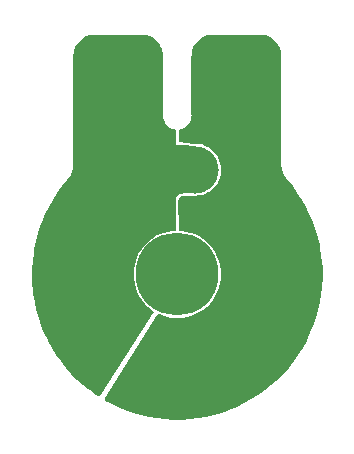
<source format=gbr>
%TF.GenerationSoftware,KiCad,Pcbnew,(6.0.0)*%
%TF.CreationDate,2022-08-20T16:14:09+12:00*%
%TF.ProjectId,MOTOR_TERMINAL_BREAKOUT_25,4d4f544f-525f-4544-9552-4d494e414c5f,0A*%
%TF.SameCoordinates,Original*%
%TF.FileFunction,Copper,L2,Bot*%
%TF.FilePolarity,Positive*%
%FSLAX46Y46*%
G04 Gerber Fmt 4.6, Leading zero omitted, Abs format (unit mm)*
G04 Created by KiCad (PCBNEW (6.0.0)) date 2022-08-20 16:14:09*
%MOMM*%
%LPD*%
G01*
G04 APERTURE LIST*
%TA.AperFunction,ComponentPad*%
%ADD10C,4.000000*%
%TD*%
%TA.AperFunction,ComponentPad*%
%ADD11C,3.600000*%
%TD*%
%TA.AperFunction,ConnectorPad*%
%ADD12C,5.700000*%
%TD*%
%TA.AperFunction,WasherPad*%
%ADD13C,7.000000*%
%TD*%
G04 APERTURE END LIST*
D10*
%TO.P,H7,1,1*%
%TO.N,+BATT*%
X214790000Y-142660000D03*
%TD*%
%TO.P,H8,1,1*%
%TO.N,GND*%
X218500000Y-158870000D03*
%TD*%
%TO.P,H5,1,1*%
%TO.N,+BATT*%
X221500000Y-141130000D03*
%TD*%
%TO.P,H4,1,1*%
%TO.N,GND*%
X228870000Y-151500000D03*
%TD*%
D11*
%TO.P,H1,1,1*%
%TO.N,GND*%
X225000000Y-133500000D03*
D12*
X225000000Y-133500000D03*
%TD*%
D13*
%TO.P,H13,*%
%TO.N,*%
X220000000Y-150000000D03*
%TD*%
D10*
%TO.P,H9,1,1*%
%TO.N,+BATT*%
X211130000Y-148500000D03*
%TD*%
%TO.P,H3,1,1*%
%TO.N,+BATT*%
X212570000Y-155210000D03*
%TD*%
D11*
%TO.P,H2,1,1*%
%TO.N,+BATT*%
X215000000Y-133500000D03*
D12*
X215000000Y-133500000D03*
%TD*%
D10*
%TO.P,H10,1,1*%
%TO.N,GND*%
X227340000Y-144790000D03*
%TD*%
%TO.P,H6,1,1*%
%TO.N,GND*%
X225210000Y-157340000D03*
%TD*%
%TA.AperFunction,Conductor*%
%TO.N,GND*%
G36*
X226980182Y-129701953D02*
G01*
X226985813Y-129701963D01*
X226999642Y-129705143D01*
X227013483Y-129702011D01*
X227027147Y-129702035D01*
X227035165Y-129702305D01*
X227094838Y-129706216D01*
X227226705Y-129714859D01*
X227243045Y-129717010D01*
X227457773Y-129759722D01*
X227473694Y-129763988D01*
X227681011Y-129834363D01*
X227696237Y-129840670D01*
X227892592Y-129937501D01*
X227906866Y-129945742D01*
X228088901Y-130067374D01*
X228101977Y-130077407D01*
X228266583Y-130221763D01*
X228278237Y-130233417D01*
X228422593Y-130398023D01*
X228432626Y-130411099D01*
X228554258Y-130593134D01*
X228562499Y-130607408D01*
X228659330Y-130803763D01*
X228665637Y-130818989D01*
X228736012Y-131026306D01*
X228740278Y-131042227D01*
X228782990Y-131256955D01*
X228785141Y-131273295D01*
X228797787Y-131466230D01*
X228798057Y-131474692D01*
X228798037Y-131485812D01*
X228794857Y-131499642D01*
X228797989Y-131513482D01*
X228797980Y-131518372D01*
X228800000Y-131536448D01*
X228800000Y-140515463D01*
X228796746Y-140543915D01*
X228794858Y-140552060D01*
X228794857Y-140552776D01*
X228796382Y-140559465D01*
X228796851Y-140564946D01*
X228811524Y-140812815D01*
X228812179Y-140816470D01*
X228812180Y-140816476D01*
X228840526Y-140974582D01*
X228857493Y-141069222D01*
X228858577Y-141072780D01*
X228858577Y-141072781D01*
X228890659Y-141178106D01*
X228933395Y-141318412D01*
X229038170Y-141556907D01*
X229040061Y-141560119D01*
X229040063Y-141560122D01*
X229142618Y-141734272D01*
X229170354Y-141781372D01*
X229172608Y-141784334D01*
X229172610Y-141784337D01*
X229320032Y-141978069D01*
X229323503Y-141982905D01*
X229326669Y-141988958D01*
X229326898Y-141989226D01*
X229326900Y-141989229D01*
X229326903Y-141989231D01*
X229327135Y-141989502D01*
X229332861Y-141993738D01*
X229338071Y-141998590D01*
X229337790Y-141998892D01*
X229353752Y-142014159D01*
X229764999Y-142521207D01*
X229769311Y-142526840D01*
X230170406Y-143082602D01*
X230174394Y-143088469D01*
X230543573Y-143665917D01*
X230547224Y-143671998D01*
X230883328Y-144269317D01*
X230886631Y-144275595D01*
X231188579Y-144890866D01*
X231191524Y-144897320D01*
X231458371Y-145528615D01*
X231460948Y-145535224D01*
X231691850Y-146180551D01*
X231694050Y-146187294D01*
X231888263Y-146844566D01*
X231890080Y-146851420D01*
X231911073Y-146940673D01*
X232047000Y-147518598D01*
X232048428Y-147525541D01*
X232119680Y-147929247D01*
X232167552Y-148200489D01*
X232168587Y-148207500D01*
X232193908Y-148420383D01*
X232249539Y-148888094D01*
X232250178Y-148895159D01*
X232292700Y-149579205D01*
X232292941Y-149586294D01*
X232294421Y-149842454D01*
X232296319Y-150170883D01*
X232296901Y-150271673D01*
X232296742Y-150278748D01*
X232262125Y-150963252D01*
X232261569Y-150970314D01*
X232242494Y-151148177D01*
X232188482Y-151651810D01*
X232187527Y-151658839D01*
X232076207Y-152335116D01*
X232074858Y-152342080D01*
X231925662Y-153011003D01*
X231923924Y-153017881D01*
X231737308Y-153677383D01*
X231735185Y-153684151D01*
X231511761Y-154332080D01*
X231509266Y-154338705D01*
X231270547Y-154922161D01*
X231249725Y-154973053D01*
X231246859Y-154979531D01*
X230952016Y-155598296D01*
X230948801Y-155604581D01*
X230939168Y-155622173D01*
X230619617Y-156205746D01*
X230616036Y-156211869D01*
X230253564Y-156793524D01*
X230249645Y-156799437D01*
X229854988Y-157359807D01*
X229850742Y-157365489D01*
X229425186Y-157902748D01*
X229420626Y-157908183D01*
X228965510Y-158420640D01*
X228960652Y-158425809D01*
X228477416Y-158911844D01*
X228472275Y-158916731D01*
X228330692Y-159043942D01*
X227962453Y-159374801D01*
X227957069Y-159379372D01*
X227539432Y-159714122D01*
X227422261Y-159808038D01*
X227416603Y-159812317D01*
X226858545Y-160210186D01*
X226852656Y-160214140D01*
X226273064Y-160579992D01*
X226266981Y-160583596D01*
X225667737Y-160916241D01*
X225661440Y-160919508D01*
X225044413Y-161217907D01*
X225037943Y-161220814D01*
X224405130Y-161484005D01*
X224398507Y-161486544D01*
X223751852Y-161713718D01*
X223745121Y-161715872D01*
X223086711Y-161906291D01*
X223079844Y-161908069D01*
X222411781Y-162061130D01*
X222404825Y-162062519D01*
X221729194Y-162177744D01*
X221722170Y-162178739D01*
X221041133Y-162255758D01*
X221034065Y-162256356D01*
X220349785Y-162294926D01*
X220342694Y-162295126D01*
X219657306Y-162295126D01*
X219650215Y-162294926D01*
X218965935Y-162256356D01*
X218958867Y-162255758D01*
X218277830Y-162178739D01*
X218270806Y-162177744D01*
X217595175Y-162062519D01*
X217588219Y-162061130D01*
X216920156Y-161908069D01*
X216913289Y-161906291D01*
X216254879Y-161715872D01*
X216248148Y-161713718D01*
X215601493Y-161486544D01*
X215594870Y-161484005D01*
X214962057Y-161220814D01*
X214955587Y-161217907D01*
X214338560Y-160919508D01*
X214332263Y-160916241D01*
X214104668Y-160789901D01*
X213915250Y-160684754D01*
X213865398Y-160634204D01*
X213850790Y-160564726D01*
X213869721Y-160507545D01*
X218320151Y-153425969D01*
X218373333Y-153378935D01*
X218443502Y-153368120D01*
X218484030Y-153380743D01*
X218489862Y-153383714D01*
X218492806Y-153385214D01*
X218854913Y-153524214D01*
X219229567Y-153624602D01*
X219433201Y-153656854D01*
X219609414Y-153684764D01*
X219609422Y-153684765D01*
X219612662Y-153685278D01*
X220000000Y-153705578D01*
X220387338Y-153685278D01*
X220390578Y-153684765D01*
X220390586Y-153684764D01*
X220566799Y-153656854D01*
X220770433Y-153624602D01*
X221145087Y-153524214D01*
X221507194Y-153385214D01*
X221852789Y-153209125D01*
X222178084Y-152997876D01*
X222479516Y-152753781D01*
X222753781Y-152479516D01*
X222997876Y-152178084D01*
X223209125Y-151852789D01*
X223385214Y-151507194D01*
X223524214Y-151145087D01*
X223624602Y-150770433D01*
X223685278Y-150387338D01*
X223705578Y-150000000D01*
X223685278Y-149612662D01*
X223624602Y-149229567D01*
X223524214Y-148854913D01*
X223385214Y-148492806D01*
X223209125Y-148147211D01*
X222997876Y-147821916D01*
X222753781Y-147520484D01*
X222479516Y-147246219D01*
X222178084Y-147002124D01*
X221852789Y-146790875D01*
X221507194Y-146614786D01*
X221145087Y-146475786D01*
X220770433Y-146375398D01*
X220387338Y-146314722D01*
X220384055Y-146314550D01*
X220384046Y-146314549D01*
X220222233Y-146306069D01*
X220155252Y-146282529D01*
X220111631Y-146226514D01*
X220102828Y-146180787D01*
X220091976Y-143674027D01*
X220111683Y-143605821D01*
X220119945Y-143594324D01*
X220265050Y-143414669D01*
X220323412Y-143374246D01*
X220360228Y-143367874D01*
X221613671Y-143339601D01*
X221613673Y-143339600D01*
X221631782Y-143339192D01*
X221641565Y-143330722D01*
X221645832Y-143329364D01*
X221675806Y-143323699D01*
X221690235Y-143322753D01*
X221783724Y-143316626D01*
X221783728Y-143316625D01*
X221787839Y-143316356D01*
X221791879Y-143315552D01*
X221791882Y-143315552D01*
X222066703Y-143260887D01*
X222066709Y-143260885D01*
X222070753Y-143260081D01*
X222074659Y-143258755D01*
X222074663Y-143258754D01*
X222340002Y-143168683D01*
X222340004Y-143168682D01*
X222343902Y-143167359D01*
X222347597Y-143165537D01*
X222598907Y-143041605D01*
X222598912Y-143041602D01*
X222602611Y-143039778D01*
X222659433Y-143001811D01*
X222839023Y-142881813D01*
X222839028Y-142881809D01*
X222842454Y-142879520D01*
X222845548Y-142876806D01*
X222845554Y-142876802D01*
X223056238Y-142692036D01*
X223059327Y-142689327D01*
X223201825Y-142526840D01*
X223246802Y-142475554D01*
X223246806Y-142475548D01*
X223249520Y-142472454D01*
X223409778Y-142232611D01*
X223517507Y-142014159D01*
X223535537Y-141977597D01*
X223535538Y-141977595D01*
X223537359Y-141973902D01*
X223590296Y-141817956D01*
X223628754Y-141704663D01*
X223628755Y-141704659D01*
X223630081Y-141700753D01*
X223658055Y-141560122D01*
X223685552Y-141421882D01*
X223685552Y-141421879D01*
X223686356Y-141417839D01*
X223705222Y-141130000D01*
X223686356Y-140842161D01*
X223679780Y-140809101D01*
X223630887Y-140563297D01*
X223630885Y-140563291D01*
X223630081Y-140559247D01*
X223628008Y-140553138D01*
X223538683Y-140289998D01*
X223538682Y-140289996D01*
X223537359Y-140286098D01*
X223409778Y-140027389D01*
X223249520Y-139787546D01*
X223246806Y-139784452D01*
X223246802Y-139784446D01*
X223062036Y-139573762D01*
X223059327Y-139570673D01*
X223056238Y-139567964D01*
X222845554Y-139383198D01*
X222845548Y-139383194D01*
X222842454Y-139380480D01*
X222839028Y-139378191D01*
X222839023Y-139378187D01*
X222606044Y-139222516D01*
X222602611Y-139220222D01*
X222598912Y-139218398D01*
X222598907Y-139218395D01*
X222347597Y-139094463D01*
X222347595Y-139094462D01*
X222343902Y-139092641D01*
X222340002Y-139091317D01*
X222074663Y-139001246D01*
X222074659Y-139001245D01*
X222070753Y-138999919D01*
X222066709Y-138999115D01*
X222066703Y-138999113D01*
X221791882Y-138944448D01*
X221791879Y-138944448D01*
X221787839Y-138943644D01*
X221783728Y-138943375D01*
X221783724Y-138943374D01*
X221504119Y-138925048D01*
X221500000Y-138924778D01*
X221417874Y-138930161D01*
X221396709Y-138929765D01*
X220245421Y-138810922D01*
X220179715Y-138784032D01*
X220138978Y-138725886D01*
X220132362Y-138684949D01*
X220136647Y-137841824D01*
X220156994Y-137773808D01*
X220210885Y-137727588D01*
X220230033Y-137720759D01*
X220406682Y-137673426D01*
X220406684Y-137673425D01*
X220411992Y-137672003D01*
X220416974Y-137669680D01*
X220597311Y-137585587D01*
X220597314Y-137585585D01*
X220602292Y-137583264D01*
X220774292Y-137462829D01*
X220922765Y-137314356D01*
X221043200Y-137142356D01*
X221131939Y-136952056D01*
X221186284Y-136749238D01*
X221204145Y-136545081D01*
X221204627Y-136545123D01*
X221204466Y-136543697D01*
X221205142Y-136540780D01*
X221205143Y-136540064D01*
X221203154Y-136531346D01*
X221200000Y-136503331D01*
X221200000Y-131537024D01*
X221201953Y-131519818D01*
X221201963Y-131514187D01*
X221205143Y-131500358D01*
X221202011Y-131486517D01*
X221202035Y-131472853D01*
X221202305Y-131464832D01*
X221214859Y-131273295D01*
X221217010Y-131256955D01*
X221259722Y-131042227D01*
X221263988Y-131026306D01*
X221334363Y-130818989D01*
X221340670Y-130803763D01*
X221437501Y-130607408D01*
X221445742Y-130593134D01*
X221567374Y-130411099D01*
X221577407Y-130398023D01*
X221721763Y-130233417D01*
X221733417Y-130221763D01*
X221898023Y-130077407D01*
X221911099Y-130067374D01*
X222093134Y-129945742D01*
X222107408Y-129937501D01*
X222303763Y-129840670D01*
X222318989Y-129834363D01*
X222526306Y-129763988D01*
X222542227Y-129759722D01*
X222756955Y-129717010D01*
X222773295Y-129714859D01*
X222839858Y-129710496D01*
X222966241Y-129702213D01*
X222974692Y-129701943D01*
X222985812Y-129701963D01*
X222999642Y-129705143D01*
X223013482Y-129702011D01*
X223018372Y-129702020D01*
X223036448Y-129700000D01*
X226962976Y-129700000D01*
X226980182Y-129701953D01*
G37*
%TD.AperFunction*%
%TD*%
%TA.AperFunction,Conductor*%
%TO.N,+BATT*%
G36*
X216980182Y-129701953D02*
G01*
X216985813Y-129701963D01*
X216999642Y-129705143D01*
X217013483Y-129702011D01*
X217027147Y-129702035D01*
X217035165Y-129702305D01*
X217094838Y-129706216D01*
X217226705Y-129714859D01*
X217243045Y-129717010D01*
X217457773Y-129759722D01*
X217473694Y-129763988D01*
X217681011Y-129834363D01*
X217696237Y-129840670D01*
X217892592Y-129937501D01*
X217906866Y-129945742D01*
X218088901Y-130067374D01*
X218101977Y-130077407D01*
X218266583Y-130221763D01*
X218278237Y-130233417D01*
X218422593Y-130398023D01*
X218432626Y-130411099D01*
X218554258Y-130593134D01*
X218562499Y-130607408D01*
X218659330Y-130803763D01*
X218665637Y-130818989D01*
X218736012Y-131026306D01*
X218740278Y-131042227D01*
X218782990Y-131256955D01*
X218785141Y-131273295D01*
X218797787Y-131466230D01*
X218798057Y-131474692D01*
X218798037Y-131485812D01*
X218794857Y-131499642D01*
X218797989Y-131513482D01*
X218797980Y-131518372D01*
X218800000Y-131536448D01*
X218800000Y-136503040D01*
X218798047Y-136520248D01*
X218798037Y-136525877D01*
X218794857Y-136539706D01*
X218795717Y-136543508D01*
X218813716Y-136749238D01*
X218868061Y-136952056D01*
X218956800Y-137142356D01*
X219077235Y-137314356D01*
X219225708Y-137462829D01*
X219397708Y-137583264D01*
X219402686Y-137585585D01*
X219402689Y-137585587D01*
X219583026Y-137669680D01*
X219588008Y-137672003D01*
X219593316Y-137673425D01*
X219593318Y-137673426D01*
X219656433Y-137690337D01*
X219790826Y-137726348D01*
X219796304Y-137726827D01*
X219796314Y-137726829D01*
X219801959Y-137727323D01*
X219868077Y-137753188D01*
X219909714Y-137810694D01*
X219916972Y-137852332D01*
X219921782Y-139039192D01*
X220359814Y-139049147D01*
X220363738Y-139049298D01*
X220526173Y-139058078D01*
X220729208Y-139069053D01*
X220734353Y-139069437D01*
X220830616Y-139078605D01*
X221151495Y-139109165D01*
X221151774Y-139109276D01*
X221151782Y-139109192D01*
X221445995Y-139137896D01*
X221511851Y-139164419D01*
X221552915Y-139222335D01*
X221559741Y-139265511D01*
X221493920Y-143017307D01*
X221472726Y-143085067D01*
X221418263Y-143130611D01*
X221369893Y-143141082D01*
X220718950Y-143151174D01*
X220219895Y-143158911D01*
X220219894Y-143158911D01*
X220201782Y-143159192D01*
X220194755Y-143166718D01*
X220194754Y-143166718D01*
X219895928Y-143486758D01*
X219883564Y-143500000D01*
X219883496Y-143511503D01*
X219883496Y-143511504D01*
X219867784Y-146182523D01*
X219847381Y-146250525D01*
X219793453Y-146296702D01*
X219748381Y-146307609D01*
X219719965Y-146309098D01*
X219612662Y-146314722D01*
X219609422Y-146315235D01*
X219609414Y-146315236D01*
X219433201Y-146343146D01*
X219229567Y-146375398D01*
X218854913Y-146475786D01*
X218492806Y-146614786D01*
X218147211Y-146790875D01*
X217821916Y-147002124D01*
X217520484Y-147246219D01*
X217246219Y-147520484D01*
X217002124Y-147821916D01*
X216790875Y-148147211D01*
X216614786Y-148492806D01*
X216475786Y-148854913D01*
X216375398Y-149229567D01*
X216314722Y-149612662D01*
X216294422Y-150000000D01*
X216314722Y-150387338D01*
X216375398Y-150770433D01*
X216475786Y-151145087D01*
X216614786Y-151507194D01*
X216790875Y-151852789D01*
X217002124Y-152178084D01*
X217246219Y-152479516D01*
X217520484Y-152753781D01*
X217821916Y-152997876D01*
X217928994Y-153067413D01*
X217975230Y-153121288D01*
X217985000Y-153191610D01*
X217966580Y-153240872D01*
X217683662Y-153684151D01*
X213477550Y-160274317D01*
X213424040Y-160320978D01*
X213353798Y-160331302D01*
X213304083Y-160313077D01*
X213147344Y-160214139D01*
X213141455Y-160210186D01*
X212583397Y-159812317D01*
X212577739Y-159808038D01*
X212460294Y-159713902D01*
X212042931Y-159379372D01*
X212037547Y-159374801D01*
X211669308Y-159043942D01*
X211527725Y-158916731D01*
X211522584Y-158911844D01*
X211039348Y-158425809D01*
X211034490Y-158420640D01*
X210579374Y-157908183D01*
X210574814Y-157902748D01*
X210149258Y-157365489D01*
X210145012Y-157359807D01*
X209750355Y-156799437D01*
X209746436Y-156793524D01*
X209383964Y-156211869D01*
X209380383Y-156205746D01*
X209060832Y-155622173D01*
X209051199Y-155604581D01*
X209047984Y-155598296D01*
X208753141Y-154979531D01*
X208750275Y-154973053D01*
X208490739Y-154338718D01*
X208488239Y-154332080D01*
X208264815Y-153684151D01*
X208262692Y-153677383D01*
X208076076Y-153017881D01*
X208074338Y-153011003D01*
X207925142Y-152342080D01*
X207923793Y-152335116D01*
X207812473Y-151658839D01*
X207811518Y-151651810D01*
X207757506Y-151148177D01*
X207738431Y-150970314D01*
X207737875Y-150963252D01*
X207703258Y-150278748D01*
X207703099Y-150271673D01*
X207703682Y-150170883D01*
X207705104Y-149924683D01*
X207707059Y-149586294D01*
X207707300Y-149579205D01*
X207749822Y-148895159D01*
X207750461Y-148888094D01*
X207831412Y-148207507D01*
X207832448Y-148200489D01*
X207898775Y-147824688D01*
X207951572Y-147525541D01*
X207953000Y-147518598D01*
X208109919Y-146851423D01*
X208111737Y-146844566D01*
X208305950Y-146187294D01*
X208308150Y-146180551D01*
X208539052Y-145535224D01*
X208541629Y-145528615D01*
X208808476Y-144897320D01*
X208811421Y-144890866D01*
X209113369Y-144275595D01*
X209116672Y-144269317D01*
X209452776Y-143671998D01*
X209456427Y-143665917D01*
X209825606Y-143088469D01*
X209829594Y-143082602D01*
X210230689Y-142526840D01*
X210235001Y-142521207D01*
X210645890Y-142014602D01*
X210661767Y-141999468D01*
X210661425Y-141999098D01*
X210666651Y-141994264D01*
X210672399Y-141990043D01*
X210672867Y-141989500D01*
X210676066Y-141983433D01*
X210679241Y-141979027D01*
X210827394Y-141784330D01*
X210829646Y-141781371D01*
X210863877Y-141723243D01*
X210959936Y-141560121D01*
X210959938Y-141560118D01*
X210961829Y-141556906D01*
X211066604Y-141318412D01*
X211109341Y-141178106D01*
X211141422Y-141072781D01*
X211141422Y-141072780D01*
X211142506Y-141069222D01*
X211188476Y-140812816D01*
X211203091Y-140565957D01*
X211203595Y-140560170D01*
X211205142Y-140553494D01*
X211205143Y-140552778D01*
X211203154Y-140544060D01*
X211200000Y-140516045D01*
X211200000Y-131537024D01*
X211201953Y-131519818D01*
X211201963Y-131514187D01*
X211205143Y-131500358D01*
X211202011Y-131486517D01*
X211202035Y-131472853D01*
X211202305Y-131464832D01*
X211214859Y-131273295D01*
X211217010Y-131256955D01*
X211259722Y-131042227D01*
X211263988Y-131026306D01*
X211334363Y-130818989D01*
X211340670Y-130803763D01*
X211437501Y-130607408D01*
X211445742Y-130593134D01*
X211567374Y-130411099D01*
X211577407Y-130398023D01*
X211721763Y-130233417D01*
X211733417Y-130221763D01*
X211898023Y-130077407D01*
X211911099Y-130067374D01*
X212093134Y-129945742D01*
X212107408Y-129937501D01*
X212303763Y-129840670D01*
X212318989Y-129834363D01*
X212526306Y-129763988D01*
X212542227Y-129759722D01*
X212756955Y-129717010D01*
X212773295Y-129714859D01*
X212839858Y-129710496D01*
X212966241Y-129702213D01*
X212974692Y-129701943D01*
X212985812Y-129701963D01*
X212999642Y-129705143D01*
X213013482Y-129702011D01*
X213018372Y-129702020D01*
X213036448Y-129700000D01*
X216962976Y-129700000D01*
X216980182Y-129701953D01*
G37*
%TD.AperFunction*%
%TD*%
M02*

</source>
